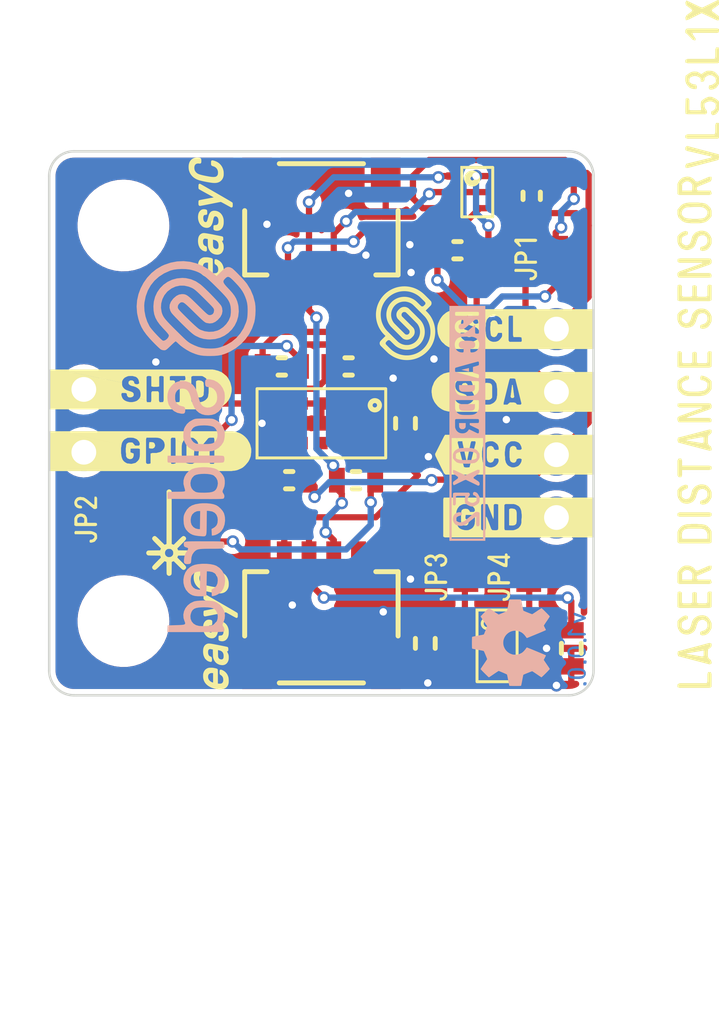
<source format=kicad_pcb>
(kicad_pcb (version 20210623) (generator pcbnew)
  (layers (0 "F.Cu" signal) (31 "B.Cu" signal) (34 "B.Paste" user) (35 "F.Paste" user) (36 "B.SilkS" user "B.Silkscreen") (37 "F.SilkS" user "F.Silkscreen") (38 "B.Mask" user) (39 "F.Mask" user) (44 "Edge.Cuts" user))
  (net 0 "")
  (net 1 "GND")
  (net 2 "Net-(C1-Pad2)")
  (net 3 "3V3")
  (net 4 "SCL_PULL5")
  (net 5 "5V")
  (net 6 "SDA_PULL5")
  (net 7 "SCL_PULL3,3")
  (net 8 "SDA_PULL3,3")
  (net 9 "SCL3,3")
  (net 10 "SDA3,3")
  (net 11 "SDA5")
  (net 12 "SCL5")
  (net 17 "Net-(U2-Pad5)")
  (net 18 "Net-(U2-Pad7)")
  (footprint "e-radionica.com footprinti:0603R" (layer "F.Cu") (at 100.1 140.7)
    (fp_text reference "R6")
    (fp_text value "10K")
    (pad "1" smd rect locked (at -0.775 0 90) (size 1 0.64) (layers "F.Cu" "F.Paste" "F.Mask") (net 17 "Net-(U2-Pad5)"))
    (pad "2" smd rect locked (at 0.775 0 90) (size 1 0.64) (layers "F.Cu" "F.Paste" "F.Mask") (net 3 "3V3"))
  )
  (footprint "e-radionica.com footprinti:0603C" (layer "F.Cu") (at 102.4 143 -90)
    (fp_text reference "C2")
    (fp_text value "100n")
    (pad "1" smd rect locked (at -0.73 0 270) (size 0.66 1) (layers "F.Cu" "F.Paste" "F.Mask") (net 3 "3V3"))
    (pad "2" smd rect locked (at 0.73 0 270) (size 0.66 1) (layers "F.Cu" "F.Paste" "F.Mask") (net 1 "GND"))
  )
  (footprint "e-radionica.com footprinti:HOLE_3.2mm" (layer "F.Cu") (at 91 135)
    (fp_text reference "H2" hide)
    (fp_text value "HOLE_3.2mm" hide)
    (pad "" np_thru_hole circle locked (at 0 0) (size 3.2 3.2) (drill 3.2) (layers F&B.Cu *.Mask))
  )
  (footprint "e-radionica.com footprinti:SMD-JUMPER-CONNECTED_TRACE_SLODERMASK" (layer "F.Cu") (at 104.84 149.22 90)
    (fp_text reference "JP3")
    (fp_text value "SMD-JUMPER-CONNECTED_TRACE_SLODERMASK")
    (fp_poly (pts (xy 0.1 0.1) (xy -0.1 0.1) (xy -0.1 -0.1) (xy 0.1 -0.1)) (layer "F.Cu") (width 0.1) (fill solid))
    (pad "1" smd rect (at -0.35 0 90) (size 0.5 1) (layers "F.Cu" "F.Mask") (net 2 "Net-(C1-Pad2)"))
    (pad "2" smd rect (at 0.35 0 90) (size 0.5 1) (layers "F.Cu" "F.Mask") (net 5 "5V"))
  )
  (footprint "buzzardLabel" (layer "F.Cu") (at 87.6 141.63)
    (fp_text reference "" (at 0 0) (layer "F.SilkS") (effects (font (size 1.27 1.27))))
    (fp_text value "" (at 0 0) (layer "F.SilkS") (effects (font (size 1.27 1.27))))
  )
  (footprint "e-radionica.com footprinti:easyC-connector" (layer "F.Cu") (at 99 150.7 180)
    (fp_text reference "K4")
    (fp_text value "easyC-SMD")
    (pad "1" smd rect locked (at -1.5 2.15 180) (size 0.6 1.55) (layers "F.Cu" "F.Paste" "F.Mask") (net 9 "SCL3,3"))
    (pad "2" smd rect locked (at -0.5 2.15 180) (size 0.6 1.55) (layers "F.Cu" "F.Paste" "F.Mask") (net 10 "SDA3,3"))
    (pad "3" smd rect locked (at 0.5 2.15 180) (size 0.6 1.55) (layers "F.Cu" "F.Paste" "F.Mask") (net 3 "3V3"))
    (pad "4" smd rect locked (at 1.5 2.15 180) (size 0.6 1.55) (layers "F.Cu" "F.Paste" "F.Mask") (net 1 "GND"))
    (pad "5" smd rect locked (at -2.6 -2.15 180) (size 1.2 1.8) (layers "F.Cu" "F.Paste" "F.Mask") (net 1 "GND"))
    (pad "5" smd rect locked (at 2.6 -2.15 180) (size 1.2 1.8) (layers "F.Cu" "F.Paste" "F.Mask") (net 1 "GND"))
  )
  (footprint "Soldered Graphics:Symbol-Front-Laser" (layer "F.Cu") (at 92.85 147.42)
    (fp_text reference "G***" hide)
    (fp_text value "LOGO" hide)
  )
  (footprint "e-radionica.com footprinti:SMD_JUMPER_3_PAD_TRACE" (layer "F.Cu") (at 90.69 146.89 -90)
    (fp_text reference "JP2")
    (fp_text value "SMD_JUMPER_3_PAD_TRACE")
    (fp_poly (pts (xy 0.45 0.05) (xy 0.25 0.05) (xy 0.25 -0.05) (xy 0.45 -0.05)) (layer "F.Cu") (width 0.1) (fill solid))
    (fp_poly (pts (xy -0.25 0.05) (xy -0.45 0.05) (xy -0.45 -0.05) (xy -0.25 -0.05)) (layer "F.Cu") (width 0.1) (fill solid))
    (pad "1" smd rect (at -0.7 0 90) (size 0.5 1) (layers "F.Cu" "F.Mask") (net 7 "SCL_PULL3,3"))
    (pad "2" smd custom (at 0 0 90) (size 0.5 1) (layers "F.Cu" "F.Mask") (net 3 "3V3") (options (clearance outline) (anchor rect)) (primitives))
    (pad "3" smd rect (at 0.7 0 90) (size 0.5 1) (layers "F.Cu" "F.Mask") (net 8 "SDA_PULL3,3"))
  )
  (footprint "buzzardLabel" (layer "F.Cu") (at 87.6 144.125)
    (fp_text reference "" (at 0 0) (layer "F.SilkS") (effects (font (size 1.27 1.27))))
    (fp_text value "" (at 0 0) (layer "F.SilkS") (effects (font (size 1.27 1.27))))
  )
  (footprint "e-radionica.com footprinti:0603C" (layer "F.Cu") (at 103.2 151.9 90)
    (fp_text reference "C1")
    (fp_text value "2.2uF")
    (pad "1" smd rect locked (at -0.73 0 90) (size 0.66 1) (layers "F.Cu" "F.Paste" "F.Mask") (net 1 "GND"))
    (pad "2" smd rect locked (at 0.73 0 90) (size 0.66 1) (layers "F.Cu" "F.Paste" "F.Mask") (net 2 "Net-(C1-Pad2)"))
  )
  (footprint "buzzardLabel" (layer "F.Cu") (at 103.64 149.22 90)
    (fp_text reference "" (at 0 0 90) (layer "F.SilkS") (effects (font (size 1.27 1.27))))
    (fp_text value "" (at 0 0 90) (layer "F.SilkS") (effects (font (size 1.27 1.27))))
  )
  (footprint "e-radionica.com footprinti:0603R" (layer "F.Cu") (at 97.4 140.7 180)
    (fp_text reference "R3")
    (fp_text value "10K")
    (pad "1" smd rect locked (at -0.775 0 270) (size 1 0.64) (layers "F.Cu" "F.Paste" "F.Mask") (net 18 "Net-(U2-Pad7)"))
    (pad "2" smd rect locked (at 0.775 0 270) (size 1 0.64) (layers "F.Cu" "F.Paste" "F.Mask") (net 3 "3V3"))
  )
  (footprint "buzzardLabel" (layer "F.Cu") (at 110.4 146.81)
    (fp_text reference "" (at 0 0) (layer "F.SilkS") (effects (font (size 1.27 1.27))))
    (fp_text value "" (at 0 0) (layer "F.SilkS") (effects (font (size 1.27 1.27))))
  )
  (footprint "e-radionica.com footprinti:FIDUCIAL_23" (layer "F.Cu") (at 99 152)
    (fp_text reference "FD1")
    (fp_text value "FIDUCIAL")
    (fp_circle (center 0 0) (end 1 0) (layer "F.Cu") (width 0.2) (fill none))
    (pad "1" smd circle (at 0 0) (size 1 1) (layers "F.Cu" "F.Paste" "F.Mask") (clearance 1.1))
  )
  (footprint "Soldered Graphics:Logo-Back-SolderedFULL-15mm" (layer "F.Cu") (at 93.94 143.94 90)
    (fp_text reference "REF**" hide)
    (fp_text value "Logo-Front-SolderedFULL-15mm" hide)
  )
  (footprint "e-radionica.com footprinti:0603R" (layer "F.Cu") (at 107.5 133.8 -90)
    (fp_text reference "R2")
    (fp_text value "10k")
    (pad "1" smd rect locked (at -0.775 0) (size 1 0.64) (layers "F.Cu" "F.Paste" "F.Mask") (net 4 "SCL_PULL5"))
    (pad "2" smd rect locked (at 0.775 0) (size 1 0.64) (layers "F.Cu" "F.Paste" "F.Mask") (net 12 "SCL5"))
  )
  (footprint "e-radionica.com footprinti:0603R" (layer "F.Cu") (at 97.7 145.3 180)
    (fp_text reference "R5")
    (fp_text value "10k")
    (pad "1" smd rect locked (at -0.775 0 270) (size 1 0.64) (layers "F.Cu" "F.Paste" "F.Mask") (net 9 "SCL3,3"))
    (pad "2" smd rect locked (at 0.775 0 270) (size 1 0.64) (layers "F.Cu" "F.Paste" "F.Mask") (net 7 "SCL_PULL3,3"))
  )
  (footprint "e-radionica.com footprinti:SMD_JUMPER" (layer "F.Cu") (at 107.38 149.22 -90)
    (fp_text reference "JP4")
    (fp_text value "SMD_JUMPER")
    (pad "1" smd rect (at -0.35 0 270) (size 0.5 1) (layers "F.Cu" "F.Mask") (net 5 "5V"))
    (pad "2" smd rect (at 0.35 0 270) (size 0.5 1) (layers "F.Cu" "F.Mask") (net 3 "3V3"))
  )
  (footprint "buzzardLabel" (layer "F.Cu") (at 89.49 146.89 90)
    (fp_text reference "" (at 0 0 90) (layer "F.SilkS") (effects (font (size 1.27 1.27))))
    (fp_text value "" (at 0 0 90) (layer "F.SilkS") (effects (font (size 1.27 1.27))))
  )
  (footprint "e-radionica.com footprinti:0603R" (layer "F.Cu") (at 104.5 136 180)
    (fp_text reference "R4")
    (fp_text value "10k")
    (pad "1" smd rect locked (at -0.775 0 270) (size 1 0.64) (layers "F.Cu" "F.Paste" "F.Mask") (net 11 "SDA5"))
    (pad "2" smd rect locked (at 0.775 0 270) (size 1 0.64) (layers "F.Cu" "F.Paste" "F.Mask") (net 6 "SDA_PULL5"))
  )
  (footprint "buzzardLabel" (layer "F.Cu") (at 107.27 136.37 90)
    (fp_text reference "" (at 0 0 90) (layer "F.SilkS") (effects (font (size 1.27 1.27))))
    (fp_text value "" (at 0 0 90) (layer "F.SilkS") (effects (font (size 1.27 1.27))))
  )
  (footprint "e-radionica.com footprinti:SOT-23-5" (layer "F.Cu") (at 106.1 152)
    (fp_text reference "U3")
    (fp_text value "SE5218")
    (pad "1" smd rect (at -1.3 -0.95) (size 1.1 0.6) (layers "F.Cu" "F.Paste" "F.Mask") (net 2 "Net-(C1-Pad2)"))
    (pad "2" smd rect (at -1.3 0) (size 1.1 0.6) (layers "F.Cu" "F.Paste" "F.Mask") (net 1 "GND"))
    (pad "3" smd rect (at -1.3 0.95) (size 1.1 0.6) (layers "F.Cu" "F.Paste" "F.Mask") (net 2 "Net-(C1-Pad2)"))
    (pad "4" smd rect (at 1.3 0.95) (size 1.1 0.6) (layers "F.Cu" "F.Paste" "F.Mask"))
    (pad "5" smd rect (at 1.3 -0.95) (size 1.1 0.6) (layers "F.Cu" "F.Paste" "F.Mask") (net 3 "3V3"))
  )
  (footprint "e-radionica.com footprinti:0603C" (layer "F.Cu") (at 109.1 152.1 90)
    (fp_text reference "C3")
    (fp_text value "2.2uF")
    (pad "1" smd rect locked (at -0.73 0 90) (size 0.66 1) (layers "F.Cu" "F.Paste" "F.Mask") (net 1 "GND"))
    (pad "2" smd rect locked (at 0.73 0 90) (size 0.66 1) (layers "F.Cu" "F.Paste" "F.Mask") (net 3 "3V3"))
  )
  (footprint "buzzardLabel" (layer "F.Cu") (at 110.4 139.19)
    (fp_text reference "" (at 0 0) (layer "F.SilkS") (effects (font (size 1.27 1.27))))
    (fp_text value "" (at 0 0) (layer "F.SilkS") (effects (font (size 1.27 1.27))))
  )
  (footprint "buzzardLabel" (layer "F.Cu") (at 114.105 143.365 90)
    (fp_text reference "" (at 0 0 90) (layer "F.SilkS") (effects (font (size 1.27 1.27))))
    (fp_text value "" (at 0 0 90) (layer "F.SilkS") (effects (font (size 1.27 1.27))))
  )
  (footprint "e-radionica.com footprinti:0603R" (layer "F.Cu") (at 100.4 145.3 180)
    (fp_text reference "R1")
    (fp_text value "10k")
    (pad "1" smd rect locked (at -0.775 0 270) (size 1 0.64) (layers "F.Cu" "F.Paste" "F.Mask") (net 8 "SDA_PULL3,3"))
    (pad "2" smd rect locked (at 0.775 0 270) (size 1 0.64) (layers "F.Cu" "F.Paste" "F.Mask") (net 10 "SDA3,3"))
  )
  (footprint "buzzardLabel" (layer "F.Cu") (at 110.4 141.73)
    (fp_text reference "" (at 0 0) (layer "F.SilkS") (effects (font (size 1.27 1.27))))
    (fp_text value "" (at 0 0) (layer "F.SilkS") (effects (font (size 1.27 1.27))))
  )
  (footprint "buzzardLabel" (layer "F.Cu") (at 110.4 144.27)
    (fp_text reference "" (at 0 0) (layer "F.SilkS") (effects (font (size 1.27 1.27))))
    (fp_text value "" (at 0 0) (layer "F.SilkS") (effects (font (size 1.27 1.27))))
  )
  (footprint "Soldered Graphics:Logo-Front-easyC-5mm" (layer "F.Cu") (at 94.703914 151.3 90)
    (fp_text reference "G***" hide)
    (fp_text value "LOGO" hide)
  )
  (footprint "buzzardLabel" (layer "F.Cu") (at 114.425 129.275 90)
    (fp_text reference "" (at 0 0 90) (layer "F.SilkS") (effects (font (size 1.27 1.27))))
    (fp_text value "" (at 0 0 90) (layer "F.SilkS") (effects (font (size 1.27 1.27))))
  )
  (footprint "e-radionica.com footprinti:SOT-363" (layer "F.Cu") (at 105.3 133.65)
    (fp_text reference "U1")
    (fp_text value "NMOS-DUAL")
    (pad "1" smd rect (at -0.92 -0.65 90) (size 0.3 0.66) (layers "F.Cu" "F.Paste" "F.Mask") (net 10 "SDA3,3"))
    (pad "2" smd rect (at -0.92 0 90) (size 0.3 0.66) (layers "F.Cu" "F.Paste" "F.Mask") (net 3 "3V3"))
    (pad "3" smd rect (at -0.92 0.65 90) (size 0.3 0.66) (layers "F.Cu" "F.Paste" "F.Mask") (net 12 "SCL5"))
    (pad "4" smd rect (at 0.92 0.65 90) (size 0.3 0.66) (layers "F.Cu" "F.Paste" "F.Mask") (net 9 "SCL3,3"))
    (pad "5" smd rect (at 0.92 0 90) (size 0.3 0.66) (layers "F.Cu" "F.Paste" "F.Mask") (net 3 "3V3"))
    (pad "6" smd rect (at 0.92 -0.65 90) (size 0.3 0.66) (layers "F.Cu" "F.Paste" "F.Mask") (net 11 "SDA5"))
  )
  (footprint "Soldered Graphics:Logo-Front-easyC-5mm" (layer "F.Cu") (at 94.5 134.7 90)
    (fp_text reference "G***" hide)
    (fp_text value "LOGO" hide)
  )
  (footprint "e-radionica.com footprinti:easyC-connector" (layer "F.Cu") (at 99 135.3)
    (fp_text reference "K3")
    (fp_text value "easyC-SMD")
    (pad "1" smd rect locked (at -1.5 2.15) (size 0.6 1.55) (layers "F.Cu" "F.Paste" "F.Mask") (net 9 "SCL3,3"))
    (pad "2" smd rect locked (at -0.5 2.15) (size 0.6 1.55) (layers "F.Cu" "F.Paste" "F.Mask") (net 10 "SDA3,3"))
    (pad "3" smd rect locked (at 0.5 2.15) (size 0.6 1.55) (layers "F.Cu" "F.Paste" "F.Mask") (net 3 "3V3"))
    (pad "4" smd rect locked (at 1.5 2.15) (size 0.6 1.55) (layers "F.Cu" "F.Paste" "F.Mask") (net 1 "GND"))
    (pad "5" smd rect locked (at -2.6 -2.15) (size 1.2 1.8) (layers "F.Cu" "F.Paste" "F.Mask") (net 1 "GND"))
    (pad "5" smd rect locked (at 2.6 -2.15) (size 1.2 1.8) (layers "F.Cu" "F.Paste" "F.Mask") (net 1 "GND"))
  )
  (footprint "e-radionica.com footprinti:SMD_JUMPER_3_PAD_TRACE" (layer "F.Cu") (at 108.47 136.37 -90)
    (fp_text reference "JP1")
    (fp_text value "SMD_JUMPER_3_PAD_TRACE")
    (fp_poly (pts (xy 0.45 0.05) (xy 0.25 0.05) (xy 0.25 -0.05) (xy 0.45 -0.05)) (layer "F.Cu") (width 0.1) (fill solid))
    (fp_poly (pts (xy -0.25 0.05) (xy -0.45 0.05) (xy -0.45 -0.05) (xy -0.25 -0.05)) (layer "F.Cu") (width 0.1) (fill solid))
    (pad "1" smd rect (at -0.7 0 90) (size 0.5 1) (layers "F.Cu" "F.Mask") (net 4 "SCL_PULL5"))
    (pad "2" smd custom (at 0 0 90) (size 0.5 1) (layers "F.Cu" "F.Mask") (net 5 "5V") (options (clearance outline) (anchor rect)) (primitives))
    (pad "3" smd rect (at 0.7 0 90) (size 0.5 1) (layers "F.Cu" "F.Mask") (net 6 "SDA_PULL5"))
  )
  (footprint "Soldered Graphics:Logo-Back-OSH-3.5mm" (layer "F.Cu") (at 106.66 151.87 90)
    (fp_text reference "G***" hide)
    (fp_text value "LOGO" hide)
  )
  (footprint "e-radionica.com footprinti:HOLE_3.2mm" (layer "F.Cu") (at 91 151)
    (fp_text reference "H1" hide)
    (fp_text value "HOLE_3.2mm" hide)
    (pad "" np_thru_hole circle locked (at 0 0) (size 3.2 3.2) (drill 3.2) (layers F&B.Cu *.Mask))
  )
  (footprint "buzzardLabel" (layer "F.Cu") (at 106.18 149.22 90)
    (fp_text reference "" (at 0 0 90) (layer "F.SilkS") (effects (font (size 1.27 1.27))))
    (fp_text value "" (at 0 0 90) (layer "F.SilkS") (effects (font (size 1.27 1.27))))
  )
  (footprint "e-radionica.com footprinti:VL53L1X" (layer "F.Cu") (at 99 143 90)
    (fp_text reference "U2")
    (fp_text value "VL53L1X")
    (pad "1" smd rect (at 0.8 1.6 90) (size 0.5 0.5) (layers "F.Cu" "F.Paste" "F.Mask") (net 3 "3V3"))
    (pad "2" smd rect (at 0.8 0.8 90) (size 0.5 0.5) (layers "F.Cu" "F.Paste" "F.Mask") (net 1 "GND"))
    (pad "3" smd rect (at 0.8 0 90) (size 0.5 0.5) (layers "F.Cu" "F.Paste" "F.Mask") (net 1 "GND"))
    (pad "4" smd rect (at 0.8 -0.8 90) (size 0.5 0.5) (layers "F.Cu" "F.Paste" "F.Mask") (net 1 "GND"))
    (pad "5" smd rect (at 0.8 -1.6 90) (size 0.5 0.5) (layers "F.Cu" "F.Paste" "F.Mask") (net 17 "Net-(U2-Pad5)"))
    (pad "6" smd rect (at 0 -1.6 90) (size 0.5 0.5) (layers "F.Cu" "F.Paste" "F.Mask") (net 1 "GND"))
    (pad "7" smd rect (at -0.8 -1.6 90) (size 0.5 0.5) (layers "F.Cu" "F.Paste" "F.Mask") (net 18 "Net-(U2-Pad7)"))
    (pad "8" smd rect (at -0.8 -0.8 90) (size 0.5 0.5) (layers "F.Cu" "F.Paste" "F.Mask"))
    (pad "9" smd rect (at -0.8 0 90) (size 0.5 0.5) (layers "F.Cu" "F.Paste" "F.Mask"))
    (pad "10" smd rect (at -0.8 0.8 90) (size 0.5 0.5) (layers "F.Cu" "F.Paste" "F.Mask"))
    (pad "11" smd rect (at -0.8 1.6 90) (size 0.5 0.5) (layers "F.Cu" "F.Paste" "F.Mask") (net 3 "3V3"))
    (pad "12" smd rect (at 0 1.6 90) (size 0.5 0.5) (layers "F.Cu" "F.Paste" "F.Mask") (net 1 "GND"))
  )
  (footprint "Soldered Graphics:Logo-Front-Soldered-3mm" (layer "F.Cu") (at 102.4 138.95 180)
    (fp_text reference "G***" hide)
    (fp_text value "LOGO" hide)
  )
  (footprint "e-radionica.com footprinti:HEADER_MALE_2X1" (layer "B.Cu") (at 89.4 142.9 -90)
    (fp_text reference "K1")
    (fp_text value "HEADER_MALE_2X1")
    (pad "1" thru_hole circle locked (at -1.27 0 270) (size 1.524 1.524) (drill 1) (layers *.Cu *.Mask) (net 17 "Net-(U2-Pad5)"))
    (pad "2" thru_hole circle locked (at 1.27 0 270) (size 1.524 1.524) (drill 1) (layers *.Cu *.Mask) (net 18 "Net-(U2-Pad7)"))
  )
  (footprint "e-radionica.com footprinti:HEADER_MALE_4X1" (layer "B.Cu") (at 108.5 143 90)
    (fp_text reference "K5")
    (fp_text value "HEADER_MALE_4X1")
    (pad "1" thru_hole circle locked (at -3.81 0 90) (size 1.7 1.7) (drill 1) (layers *.Cu *.Mask) (net 1 "GND"))
    (pad "2" thru_hole circle locked (at -1.27 0 90) (size 1.7 1.7) (drill 1) (layers *.Cu *.Mask) (net 5 "5V"))
    (pad "3" thru_hole circle locked (at 1.27 0 90) (size 1.7 1.7) (drill 1) (layers *.Cu *.Mask) (net 11 "SDA5"))
    (pad "4" thru_hole circle locked (at 3.81 0 90) (size 1.7 1.7) (drill 1) (layers *.Cu *.Mask) (net 12 "SCL5"))
  )
  (footprint "buzzardLabel" (layer "B.Cu") (at 104.87 145.58 -90)
    (fp_text reference "" (at 0 0 90) (layer "B.SilkS") (effects (font (size 1.27 1.27)) (justify mirror)))
    (fp_text value "" (at 0 0 90) (layer "B.SilkS") (effects (font (size 1.27 1.27)) (justify mirror)))
  )
  (footprint "Soldered Graphics:Version1.0.0." (layer "B.Cu") (at 109.33 152.175 -90)
    (fp_text reference "Ref**" hide)
    (fp_text value "Val**" hide)
    (fp_poly (pts (xy -1.33 -0.35) (xy -1.27 -0.35) (xy -1.25 -0.31) (xy -1.09 0.1) (xy -1.11 0.13) (xy -1.16 0.13) (xy -1.19 0.1) (xy -1.28 -0.16) (xy -1.3 -0.21) (xy -1.32 -0.17) (xy -1.41 0.09) (xy -1.44 0.13) (xy -1.49 0.13) (xy -1.51 0.1) (xy -1.36 -0.31) (xy -1.33 -0.35)) (layer "B.Cu") (width 0.01) (fill solid))
    (fp_poly (pts (xy -0.44 -0.38) (xy -0.39 -0.38) (xy -0.34 -0.37) (xy -0.34 -0.33) (xy -0.34 -0.27) (xy -0.38 -0.26) (xy -0.43 -0.26) (xy -0.46 -0.29) (xy -0.46 -0.34) (xy -0.44 -0.38)) (layer "B.Cu") (width 0.01) (fill solid))
    (fp_poly (pts (xy 0.06 -0.35) (xy 0.11 -0.35) (xy 0.17 -0.33) (xy 0.13 -0.28) (xy 0.03 -0.28) (xy -0.01 -0.25) (xy -0.03 -0.2) (xy -0.05 -0.15) (xy -0.05 -0.11) (xy -0.05 0.01) (xy -0.05 0.13) (xy -0.05 0.17) (xy -0.03 0.22) (xy -0.01 0.27) (xy 0.02 0.3) (xy 0.13 0.3) (xy 0.16 0.26) (xy 0.18 0.21) (xy 0.18 0.15) (xy 0.19 0.05) (xy 0.19 -0.08) (xy 0.19 -0.12) (xy 0.18 -0.17) (xy 0.16 -0.22) (xy 0.14 -0.27) (xy 0.14 -0.28) (xy 0.17 -0.32) (xy 0.21 -0.29) (xy 0.24 -0.26) (xy 0.26 -0.22) (xy 0.27 -0.16) (xy 0.28 -0.11) (xy 0.28 -0.06) (xy 0.28 0.06) (xy 0.28 0.12) (xy 0.27 0.17) (xy 0.26 0.22) (xy 0.25 0.27) (xy 0.22 0.3) (xy 0.19 0.34) (xy 0.13 0.37) (xy 0.08 0.38) (xy 0.02 0.38) (xy -0.03 0.35) (xy -0.08 0.31) (xy -0.1 0.28) (xy -0.12 0.23) (xy -0.14 0.18) (xy -0.14 0.13) (xy -0.15 0.08) (xy -0.15 -0.04) (xy -0.14 -0.1) (xy -0.14 -0.14) (xy -0.13 -0.2) (xy -0.11 -0.25) (xy -0.08 -0.28) (xy -0.05 -0.32) (xy 0.01 -0.35) (xy 0.06 -0.35)) (layer "B.Cu") (width 0.01) (fill solid))
    (fp_poly (pts (xy 0.43 -0.38) (xy 0.48 -0.38) (xy 0.54 -0.37) (xy 0.54 -0.33) (xy 0.54 -0.27) (xy 0.5 -0.26) (xy 0.45 -0.26) (xy 0.42 -0.29) (xy 0.42 -0.34) (xy 0.43 -0.38)) (layer "B.Cu") (width 0.01) (fill solid))
    (fp_poly (pts (xy 1.31 -0.38) (xy 1.36 -0.38) (xy 1.41 -0.37) (xy 1.42 -0.33) (xy 1.42 -0.27) (xy 1.38 -0.26) (xy 1.33 -0.26) (xy 1.3 -0.29) (xy 1.3 -0.34) (xy 1.31 -0.38)) (layer "B.Cu") (width 0.01) (fill solid))
    (fp_poly (pts (xy 0.93 -0.35) (xy 0.99 -0.35) (xy 1.04 -0.33) (xy 1.01 -0.28) (xy 0.91 -0.28) (xy 0.87 -0.25) (xy 0.85 -0.2) (xy 0.83 -0.15) (xy 0.83 -0.11) (xy 0.82 0.01) (xy 0.83 0.13) (xy 0.83 0.17) (xy 0.84 0.22) (xy 0.87 0.27) (xy 0.9 0.3) (xy 1.01 0.3) (xy 1.04 0.26) (xy 1.05 0.21) (xy 1.06 0.15) (xy 1.07 0.05) (xy 1.07 -0.08) (xy 1.06 -0.12) (xy 1.06 -0.17) (xy 1.04 -0.22) (xy 1.02 -0.27) (xy 1.01 -0.28) (xy 1.05 -0.32) (xy 1.09 -0.29) (xy 1.12 -0.26) (xy 1.14 -0.22) (xy 1.15 -0.16) (xy 1.16 -0.11) (xy 1.16 -0.06) (xy 1.16 0.06) (xy 1.16 0.12) (xy 1.15 0.17) (xy 1.14 0.22) (xy 1.13 0.27) (xy 1.1 0.3) (xy 1.06 0.34) (xy 1.01 0.37) (xy 0.95 0.38) (xy 0.9 0.38) (xy 0.84 0.35) (xy 0.8 0.31) (xy 0.78 0.28) (xy 0.75 0.23) (xy 0.74 0.18) (xy 0.74 0.13) (xy 0.73 0.08) (xy 0.73 -0.04) (xy 0.73 -0.1) (xy 0.74 -0.14) (xy 0.75 -0.2) (xy 0.77 -0.25) (xy 0.79 -0.28) (xy 0.83 -0.32) (xy 0.89 -0.35) (xy 0.93 -0.35)) (layer "B.Cu") (width 0.01) (fill solid))
    (fp_poly (pts (xy -0.67 -0.35) (xy -0.62 -0.35) (xy -0.6 -0.31) (xy -0.6 0.35) (xy -0.64 0.38) (xy -0.69 0.38) (xy -0.73 0.34) (xy -0.84 0.22) (xy -0.86 0.17) (xy -0.83 0.16) (xy -0.73 0.22) (xy -0.69 0.23) (xy -0.69 -0.31) (xy -0.67 -0.35)) (layer "B.Cu") (width 0.01) (fill solid))
  )
  (footprint "Soldered Graphics:Symbol-Front-I2C-ADDR-Field" (layer "B.Cu") (at 104.9 143 -90)
    (fp_text reference "REF**" hide)
    (fp_text value "Symbol-Front-I2C-ADDR-Field" hide)
  )
  (gr_line (start 88 133) (end 88 153) (layer "Edge.Cuts") (width 0.1))
  (gr_arc (start 109 133) (end 109 132) (angle 90) (layer "Edge.Cuts") (width 0.1))
  (gr_line (start 110 153) (end 110 133) (layer "Edge.Cuts") (width 0.1))
  (gr_arc (start 109 153) (end 109 154) (angle -90) (layer "Edge.Cuts") (width 0.1))
  (gr_line (start 109 132) (end 89 132) (layer "Edge.Cuts") (width 0.1))
  (gr_line (start 89 154) (end 109 154) (layer "Edge.Cuts") (width 0.1))
  (gr_arc (start 89 133) (end 89 132) (angle -90) (layer "Edge.Cuts") (width 0.1))
  (gr_arc (start 89 153) (end 89 154) (angle 90) (layer "Edge.Cuts") (width 0.1))
  (via (at 102.6 149.3) (size 0.5) (drill 0.3) (layers "F.Cu" "B.Cu") (net 1))
  (via (at 96.6 143) (size 0.5) (drill 0.3) (layers "F.Cu" "B.Cu") (net 1))
  (via (at 97.825 150.35) (size 0.5) (drill 0.3) (layers "F.Cu" "B.Cu") (net 1))
  (via (at 96.8 134.95) (size 0.5) (drill 0.3) (layers "F.Cu" "B.Cu") (net 1))
  (via (at 101.5 150.6265) (size 0.5) (drill 0.3) (layers "F.Cu" "B.Cu") (net 1))
  (via (at 100.1 133.7) (size 0.5) (drill 0.3) (layers "F.Cu" "B.Cu") (net 1))
  (via (at 103.55 140.4) (size 0.5) (drill 0.3) (layers "F.Cu" "B.Cu") (net 1))
  (via (at 101.9 141.175) (size 0.5) (drill 0.3) (layers "F.Cu" "B.Cu") (net 1))
  (via (at 108.1 152.1) (size 0.5) (drill 0.3) (layers "F.Cu" "B.Cu") (net 1))
  (via (at 102.575 135.775) (size 0.5) (drill 0.3) (layers "F.Cu" "B.Cu") (net 1))
  (via (at 102.625 136.9) (size 0.5) (drill 0.3) (layers "F.Cu" "B.Cu") (net 1))
  (via (at 106.475 142.85) (size 0.5) (drill 0.3) (layers "F.Cu" "B.Cu") (net 1))
  (via (at 108.5 153.6) (size 0.5) (drill 0.3) (layers "F.Cu" "B.Cu") (net 1))
  (via (at 103.3 153.5) (size 0.5) (drill 0.3) (layers "F.Cu" "B.Cu") (net 1))
  (via (at 103.325 144.35) (size 0.5) (drill 0.3) (layers "F.Cu" "B.Cu") (net 1))
  (via (at 100.8 136.2) (size 0.5) (drill 0.3) (layers "F.Cu" "B.Cu") (net 1))
  (via (at 92.31 140.52) (size 0.5) (drill 0.3) (layers "F.Cu" "B.Cu") (net 1))
  (segment (start 104.85 153.05) (end 104.9 153) (width 0.254) (layer "F.Cu") (net 2))
  (segment (start 103.2 151.17) (end 104.83 151.17) (width 0.254) (layer "F.Cu") (net 2))
  (segment (start 104.9 153) (end 105.453022 153) (width 0.254) (layer "F.Cu") (net 2))
  (segment (start 105.453022 153) (end 105.9 152.553022) (width 0.254) (layer "F.Cu") (net 2))
  (segment (start 104.83 151.17) (end 104.85 151.15) (width 0.254) (layer "F.Cu") (net 2))
  (segment (start 105.9 152.553022) (end 105.9 151.6) (width 0.254) (layer "F.Cu") (net 2))
  (segment (start 104.84 149.57) (end 104.84 149.59) (width 0.25) (layer "F.Cu") (net 2))
  (segment (start 105.9 151.6) (end 105.45 151.15) (width 0.254) (layer "F.Cu") (net 2))
  (segment (start 104.84 149.59) (end 104.8 149.63) (width 0.25) (layer "F.Cu") (net 2))
  (segment (start 104.8 149.63) (end 104.8 151.05) (width 0.25) (layer "F.Cu") (net 2))
  (segment (start 105.45 151.15) (end 104.85 151.15) (width 0.254) (layer "F.Cu") (net 2))
  (segment (start 102.184511 144.384511) (end 101.688511 144.384511) (width 0.25) (layer "F.Cu") (net 3))
  (segment (start 100.6 139.3) (end 100.65 139.35) (width 0.25) (layer "F.Cu") (net 3))
  (segment (start 101.38 142.27) (end 100.67 142.27) (width 0.254) (layer "F.Cu") (net 3))
  (segment (start 107.36 149.59) (end 107.4 149.63) (width 0.25) (layer "F.Cu") (net 3))
  (segment (start 109.1 150.2) (end 108.95 150.05) (width 0.254) (layer "F.Cu") (net 3))
  (segment (start 101.252 143.948) (end 101.4 143.8) (width 0.254) (layer "F.Cu") (net 3))
  (segment (start 100.8 142.2) (end 100.6 142.2) (width 0.254) (layer "F.Cu") (net 3))
  (segment (start 96.625 140.7) (end 96.625 139.946) (width 0.254) (layer "F.Cu") (net 3))
  (segment (start 100.875 139.575) (end 100.875 140.7) (width 0.254) (layer "F.Cu") (net 3))
  (segment (start 100 134.825) (end 99.5 135.325) (width 0.254) (layer "F.Cu") (net 3))
  (segment (start 107.38 149.57) (end 107.36 149.59) (width 0.25) (layer "F.Cu") (net 3))
  (segment (start 97.842822 139.302011) (end 100.097989 139.302011) (width 0.254) (layer "F.Cu") (net 3))
  (segment (start 97.452489 146.473489) (end 97.779 146.8) (width 0.254) (layer "F.Cu") (net 3))
  (segment (start 99.5 135.325) (end 99.5 137.45) (width 0.254) (layer "F.Cu") (net 3))
  (segment (start 102.9 145.1) (end 102.184511 144.384511) (width 0.25) (layer "F.Cu") (net 3))
  (segment (start 103.429388 133.65) (end 103.355888 133.7235) (width 0.254) (layer "F.Cu") (net 3))
  (segment (start 109.1 151.37) (end 108.97 151.5) (width 0.254) (layer "F.Cu") (net 3))
  (segment (start 101.1 142.5) (end 101.1 142.4) (width 0.254) (layer "F.Cu") (net 3))
  (segment (start 109.1 151.37) (end 109.1 150.2) (width 0.254) (layer "F.Cu") (net 3))
  (segment (start 100.67 142.27) (end 100.6 142.2) (width 0.254) (layer "F.Cu") (net 3))
  (segment (start 101.104 143.8) (end 100.6 143.8) (width 0.254) (layer "F.Cu") (net 3))
  (segment (start 108.97 151.5) (end 107.8 151.5) (width 0.254) (layer "F.Cu") (net 3))
  (segment (start 99.5 137.45) (end 99.5 138.2) (width 0.254) (layer "F.Cu") (net 3))
  (segment (start 106.22 133.65) (end 104.38 133.65) (width 0.254) (layer "F.Cu") (net 3))
  (segment (start 104.38 133.65) (end 103.429388 133.65) (width 0.254) (layer "F.Cu") (net 3))
  (segment (start 101.2 146.8) (end 102.9 145.1) (width 0.25) (layer "F.Cu") (net 3))
  (segment (start 100.6 140.975) (end 100.875 140.7) (width 0.254) (layer "F.Cu") (net 3))
  (segment (start 107.8 151.5) (end 107.45 151.15) (width 0.254) (layer "F.Cu") (net 3))
  (segment (start 98.5 148.55) (end 98.5 147.521) (width 0.254) (layer "F.Cu") (net 3))
  (segment (start 97.8388 139.297989) (end 97.842822 139.302011) (width 0.254) (layer "F.Cu") (net 3))
  (segment (start 91.389022 146.89) (end 90.69 146.89) (width 0.25) (layer "F.Cu") (net 3))
  (segment (start 100.65 139.35) (end 100.875 139.575) (width 0.254) (layer "F.Cu") (net 3))
  (segment (start 98.5 147.521) (end 97.779 146.8) (width 0.254) (layer "F.Cu") (net 3))
  (segment (start 101.688511 144.384511) (end 101.252 143.948) (width 0.25) (layer "F.Cu") (net 3))
  (segment (start 97.273011 139.297989) (end 97.8388 139.297989) (width 0.254) (layer "F.Cu") (net 3))
  (segment (start 92.029022 146.25) (end 91.389022 146.89) (width 0.25) (layer "F.Cu") (net 3))
  (segment (start 100.6 142.2) (end 100.6 140.975) (width 0.254) (layer "F.Cu") (net 3))
  (segment (start 97.229 146.25) (end 92.029022 146.25) (width 0.25) (layer "F.Cu") (net 3))
  (segment (start 107.4 149.63) (end 107.4 151.05) (width 0.25) (layer "F.Cu") (net 3))
  (segment (start 101.252 143.948) (end 101.104 143.8) (width 0.25) (layer "F.Cu") (net 3))
  (segment (start 101.4 142.8) (end 101.1 142.5) (width 0.254) (layer "F.Cu") (net 3))
  (segment (start 96.625 139.946) (end 97.273011 139.297989) (width 0.254) (layer "F.Cu") (net 3))
  (segment (start 99.5 138.2) (end 100.65 139.35) (width 0.254) (layer "F.Cu") (net 3))
  (segment (start 101.4 143.8) (end 101.4 142.8) (width 0.254) (layer "F.Cu") (net 3))
  (segment (start 99.1 150.05) (end 98.5 149.45) (width 0.254) (layer "F.Cu") (net 3))
  (segment (start 97.452489 146.473489) (end 97.229 146.25) (width 0.25) (layer "F.Cu") (net 3))
  (segment (start 102.4 142.27) (end 101.38 142.27) (width 0.254) (layer "F.Cu") (net 3))
  (segment (start 100.097989 139.302011) (end 100.35 139.05) (width 0.254) (layer "F.Cu") (net 3))
  (segment (start 98.5 149.45) (end 98.5 148.55) (width 0.254) (layer "F.Cu") (net 3))
  (segment (start 97.779 146.8) (end 101.2 146.8) (width 0.25) (layer "F.Cu") (net 3))
  (via (at 100 134.825) (size 0.5) (drill 0.3) (layers "F.Cu" "B.Cu") (net 3))
  (via (at 103.355888 133.7235) (size 0.5) (drill 0.3) (layers "F.Cu" "B.Cu") (net 3))
  (via (at 108.95 150.05) (size 0.5) (drill 0.3) (layers "F.Cu" "B.Cu") (net 3))
  (via (at 99.1 150.05) (size 0.5) (drill 0.3) (layers "F.Cu" "B.Cu") (net 3))
  (segment (start 100 134.825) (end 100.375 134.45) (width 0.254) (layer "B.Cu") (net 3))
  (segment (start 102.629388 134.45) (end 103.355888 133.7235) (width 0.254) (layer "B.Cu") (net 3))
  (segment (start 108.95 150.05) (end 99.1 150.05) (width 0.254) (layer "B.Cu") (net 3))
  (segment (start 100.375 134.45) (end 102.629388 134.45) (width 0.254) (layer "B.Cu") (net 3))
  (segment (start 108.47 135.67) (end 108.5 135.64) (width 0.254) (layer "F.Cu") (net 4))
  (segment (start 109.2 133.341374) (end 108.883626 133.025) (width 0.254) (layer "F.Cu") (net 4))
  (segment (start 109.2 133.9255) (end 109.2 133.341374) (width 0.254) (layer "F.Cu") (net 4))
  (segment (start 108.883626 133.025) (end 107.5 133.025) (width 0.254) (layer "F.Cu") (net 4))
  (segment (start 108.47 135.2945) (end 108.69 135.0745) (width 0.254) (layer "F.Cu") (net 4))
  (segment (start 108.47 135.67) (end 108.47 135.2945) (width 0.254) (layer "F.Cu") (net 4))
  (segment (start 108.5 135.64) (end 108.5 135.63) (width 0.254) (layer "F.Cu") (net 4))
  (via (at 108.69 135.0745) (size 0.5) (drill 0.3) (layers "F.Cu" "B.Cu") (net 4))
  (via (at 109.2 133.9255) (size 0.5) (drill 0.3) (layers "F.Cu" "B.Cu") (net 4))
  (segment (start 108.69 135.0745) (end 108.69 134.4355) (width 0.254) (layer "B.Cu") (net 4))
  (segment (start 108.69 134.4355) (end 109.2 133.9255) (width 0.254) (layer "B.Cu") (net 4))
  (segment (start 108.47 136.37) (end 107.716 136.37) (width 0.254) (layer "F.Cu") (net 5))
  (segment (start 106.9 147.96) (end 106.9 145.87) (width 0.25) (layer "F.Cu") (net 5))
  (segment (start 104.84 148.87) (end 104.85 148.87) (width 0.25) (layer "F.Cu") (net 5))
  (segment (start 106.9 148.39) (end 106.9 147.96) (width 0.25) (layer "F.Cu") (net 5))
  (segment (start 105.76 147.96) (end 106.9 147.96) (width 0.25) (layer "F.Cu") (net 5))
  (segment (start 108.5 144.27) (end 109.8 142.97) (width 0.254) (layer "F.Cu") (net 5))
  (segment (start 107.716 136.37) (end 107.25 136.836) (width 0.254) (layer "F.Cu") (net 5))
  (segment (start 104.85 148.87) (end 105.76 147.96) (width 0.25) (layer "F.Cu") (net 5))
  (segment (start 107.25 136.836) (end 107.25 139.8) (width 0.254) (layer "F.Cu") (net 5))
  (segment (start 109.1 140.5) (end 107.95 140.5) (width 0.254) (layer "F.Cu") (net 5))
  (segment (start 108.5 144.27) (end 106.9 145.87) (width 0.254) (layer "F.Cu") (net 5))
  (segment (start 107.38 148.87) (end 106.9 148.39) (width 0.25) (layer "F.Cu") (net 5))
  (segment (start 107.95 140.5) (end 107.25 139.8) (width 0.254) (layer "F.Cu") (net 5))
  (segment (start 109.8 141.2) (end 109.1 140.5) (width 0.254) (layer "F.Cu") (net 5))
  (segment (start 109.8 142.97) (end 109.8 141.2) (width 0.254) (layer "F.Cu") (net 5))
  (segment (start 108.47 137.07) (end 108.47 137.09) (width 0.254) (layer "F.Cu") (net 6))
  (segment (start 103.69 137.21) (end 103.69 136.035) (width 0.254) (layer "F.Cu") (net 6))
  (segment (start 103.725 136) (end 103.725 136.475) (width 0.25) (layer "F.Cu") (net 6))
  (segment (start 108.47 137.09) (end 108.48 137.1) (width 0.254) (layer "F.Cu") (net 6))
  (segment (start 108.48 137.43) (end 108.04 137.87) (width 0.254) (layer "F.Cu") (net 6))
  (segment (start 108.48 137.1) (end 108.48 137.43) (width 0.254) (layer "F.Cu") (net 6))
  (segment (start 103.69 136.035) (end 103.725 136) (width 0.254) (layer "F.Cu") (net 6))
  (via (at 103.69 137.21) (size 0.5) (drill 0.3) (layers "F.Cu" "B.Cu") (net 6))
  (via (at 108.04 137.87) (size 0.5) (drill 0.3) (layers "F.Cu" "B.Cu") (net 6))
  (segment (start 108.04 137.87) (end 106.31 137.87) (width 0.254) (layer "B.Cu") (net 6))
  (segment (start 106.31 137.87) (end 105.86 138.32) (width 0.254) (layer "B.Cu") (net 6))
  (segment (start 105.86 138.32) (end 104.8 138.32) (width 0.254) (layer "B.Cu") (net 6))
  (segment (start 104.8 138.32) (end 103.69 137.21) (width 0.254) (layer "B.Cu") (net 6))
  (segment (start 96.925 145.3) (end 96.9 145.3) (width 0.25) (layer "F.Cu") (net 7))
  (segment (start 90.69 146.19) (end 91.58 145.3) (width 0.254) (layer "F.Cu") (net 7))
  (segment (start 96.9 145.3) (end 96.85 145.35) (width 0.25) (layer "F.Cu") (net 7))
  (segment (start 91.58 145.3) (end 96.925 145.3) (width 0.254) (layer "F.Cu") (net 7))
  (segment (start 100.993767 145.481233) (end 101.175 145.3) (width 0.254) (layer "F.Cu") (net 8))
  (segment (start 95.42 147.78) (end 90.88 147.78) (width 0.254) (layer "F.Cu") (net 8))
  (segment (start 90.69 147.59) (end 90.69 147.6) (width 0.25) (layer "F.Cu") (net 8))
  (segment (start 100.993767 146.193767) (end 100.993767 145.481233) (width 0.254) (layer "F.Cu") (net 8))
  (segment (start 90.88 147.78) (end 90.69 147.59) (width 0.25) (layer "F.Cu") (net 8))
  (via (at 95.42 147.78) (size 0.5) (drill 0.3) (layers "F.Cu" "B.Cu") (net 8))
  (via (at 100.993767 146.193767) (size 0.5) (drill 0.3) (layers "F.Cu" "B.Cu") (net 8))
  (segment (start 95.42 147.78) (end 95.74 148.1) (width 0.254) (layer "B.Cu") (net 8))
  (segment (start 100.993767 147.106233) (end 100.993767 146.193767) (width 0.254) (layer "B.Cu") (net 8))
  (segment (start 100 148.1) (end 100.993767 147.106233) (width 0.254) (layer "B.Cu") (net 8))
  (segment (start 95.74 148.1) (end 100 148.1) (width 0.254) (layer "B.Cu") (net 8))
  (segment (start 100.5 148.6) (end 101.158626 148.6) (width 0.254) (layer "F.Cu") (net 9))
  (segment (start 100.5 148.55) (end 100.5 148.6) (width 0.254) (layer "F.Cu") (net 9))
  (segment (start 105.2 144.558626) (end 105.2 140.9) (width 0.254) (layer "F.Cu") (net 9))
  (segment (start 105.4 134.3) (end 104.55 135.15) (width 0.254) (layer "F.Cu") (net 9))
  (segment (start 101.45 137.15) (end 101.45 135.15) (width 0.254) (layer "F.Cu") (net 9))
  (segment (start 106.22 134.3) (end 106.25 134.3) (width 0.254) (layer "F.Cu") (net 9))
  (segment (start 97.65 137.3) (end 97.5 137.45) (width 0.254) (layer "F.Cu") (net 9))
  (segment (start 103.470687 145.279313) (end 104.479313 145.279313) (width 0.254) (layer "F.Cu") (net 9))
  (segment (start 101.45 135.15) (end 100.8 135.15) (width 0.254) (layer "F.Cu") (net 9))
  (segment (start 104.55 135.15) (end 101.45 135.15) (width 0.254) (layer "F.Cu") (net 9))
  (segment (start 98.725 145.55) (end 98.475 145.3) (width 0.254) (layer "F.Cu") (net 9))
  (segment (start 104.479313 145.279313) (end 105.2 144.558626) (width 0.254) (layer "F.Cu") (net 9))
  (segment (start 98.725 145.975) (end 98.725 145.55) (width 0.254) (layer "F.Cu") (net 9))
  (segment (start 106.22 134.3) (end 105.4 134.3) (width 0.254) (layer "F.Cu") (net 9))
  (segment (start 100.8 135.15) (end 100.3 135.65) (width 0.254) (layer "F.Cu") (net 9))
  (segment (start 103.45 145.3) (end 103.470687 145.279313) (width 0.254) (layer "F.Cu") (net 9))
  (segment (start 97.65 135.9) (end 97.65 137.3) (width 0.254) (layer "F.Cu") (net 9))
  (segment (start 105.2 140.9) (end 101.45 137.15) (width 0.254) (layer "F.Cu") (net 9))
  (segment (start 101.158626 148.6) (end 104.479313 145.279313) (width 0.254) (layer "F.Cu") (net 9))
  (via (at 98.725 145.975) (size 0.5) (drill 0.3) (layers "F.Cu" "B.Cu") (net 9))
  (via (at 103.45 145.3) (size 0.5) (drill 0.3) (layers "F.Cu" "B.Cu") (net 9))
  (via (at 97.65 135.9) (size 0.5) (drill 0.3) (layers "F.Cu" "B.Cu") (net 9))
  (via (at 100.3 135.65) (size 0.5) (drill 0.3) (layers "F.Cu" "B.Cu") (net 9))
  (segment (start 99.323489 145.376511) (end 103.373489 145.376511) (width 0.254) (layer "B.Cu") (net 9))
  (segment (start 97.9 135.65) (end 100.3 135.65) (width 0.254) (layer "B.Cu") (net 9))
  (segment (start 98.725 145.975) (end 99.323489 145.376511) (width 0.254) (layer "B.Cu") (net 9))
  (segment (start 103.373489 145.376511) (end 103.45 145.3) (width 0.254) (layer "B.Cu") (net 9))
  (segment (start 97.65 135.9) (end 97.9 135.65) (width 0.254) (layer "B.Cu") (net 9))
  (segment (start 99.625 145.645809) (end 99.625 145.3) (width 0.254) (layer "F.Cu") (net 10))
  (segment (start 104.38 133) (end 104.3 133) (width 0.254) (layer "F.Cu") (net 10))
  (segment (start 98.5 137.45) (end 98.5 138.4255) (width 0.254) (layer "F.Cu") (net 10))
  (segment (start 104.3 133) (end 103.6765 133) (width 0.254) (layer "F.Cu") (net 10))
  (segment (start 99.5 147.725) (end 99.5 148.55) (width 0.254) (layer "F.Cu") (net 10))
  (segment (start 103.6765 133) (end 103.7265 133.05) (width 0.254) (layer "F.Cu") (net 10))
  (segment (start 98.5 138.4255) (end 98.8 138.7255) (width 0.254) (layer "F.Cu") (net 10))
  (segment (start 99.825 145.845809) (end 99.625 145.645809) (width 0.254) (layer "F.Cu") (net 10))
  (segment (start 99.475 145.15) (end 99.625 145.3) (width 0.254) (layer "F.Cu") (net 10))
  (segment (start 99.475 144.7) (end 99.475 145.15) (width 0.254) (layer "F.Cu") (net 10))
  (segment (start 99.175 147.4) (end 99.5 147.725) (width 0.254) (layer "F.Cu") (net 10))
  (segment (start 99.825 146.2255) (end 99.825 145.845809) (width 0.254) (layer "F.Cu") (net 10))
  (segment (start 98.5 134.05) (end 98.5 137.45) (width 0.254) (layer "F.Cu") (net 10))
  (via (at 99.825 146.2255) (size 0.5) (drill 0.3) (layers "F.Cu" "B.Cu") (net 10))
  (via (at 98.5 134.05) (size 0.5) (drill 0.3) (layers "F.Cu" "B.Cu") (net 10))
  (via (at 99.175 147.4) (size 0.5) (drill 0.3) (layers "F.Cu" "B.Cu") (net 10))
  (via (at 98.8 138.7255) (size 0.5) (drill 0.3) (layers "F.Cu" "B.Cu") (net 10))
  (via (at 103.7265 133.05) (size 0.5) (drill 0.3) (layers "F.Cu" "B.Cu") (net 10))
  (via (at 99.475 144.7) (size 0.5) (drill 0.3) (layers "F.Cu" "B.Cu") (net 10))
  (segment (start 99.825 146.2255) (end 99.175 146.8755) (width 0.254) (layer "B.Cu") (net 10))
  (segment (start 98.8 144.025) (end 98.8 138.7255) (width 0.254) (layer "B.Cu") (net 10))
  (segment (start 99.175 146.8755) (end 99.175 147.4) (width 0.254) (layer "B.Cu") (net 10))
  (segment (start 98.5 134.05) (end 99.5 133.05) (width 0.254) (layer "B.Cu") (net 10))
  (segment (start 99.475 144.7) (end 98.8 144.025) (width 0.254) (layer "B.Cu") (net 10))
  (segment (start 99.5 133.05) (end 103.7265 133.05) (width 0.254) (layer "B.Cu") (net 10))
  (segment (start 105.275 136) (end 105.25 136) (width 0.25) (layer "F.Cu") (net 11))
  (segment (start 106.22 132.97) (end 106.2 132.95) (width 0.254) (layer "F.Cu") (net 11))
  (segment (start 105.275 138.505) (end 108.5 141.73) (width 0.254) (layer "F.Cu") (net 11))
  (segment (start 105.275 136) (end 105.275 138.505) (width 0.254) (layer "F.Cu") (net 11))
  (segment (start 106.22 133) (end 106.22 132.97) (width 0.254) (layer "F.Cu") (net 11))
  (segment (start 105.75 135) (end 105.75 135.525) (width 0.254) (layer "F.Cu") (net 11))
  (segment (start 105.25 136) (end 105.25 135.52309) (width 0.25) (layer "F.Cu") (net 11))
  (segment (start 105.75 135.525) (end 105.275 136) (width 0.254) (layer "F.Cu") (net 11))
  (segment (start 106.22 133) (end 105.25 133) (width 0.254) (layer "F.Cu") (net 11))
  (via (at 105.25 133) (size 0.5) (drill 0.3) (layers "F.Cu" "B.Cu") (net 11))
  (via (at 105.75 135) (size 0.5) (drill 0.3) (layers "F.Cu" "B.Cu") (net 11))
  (segment (start 105.25 134.5) (end 105.75 135) (width 0.254) (layer "B.Cu") (net 11))
  (segment (start 105.25 133) (end 105.25 134.5) (width 0.254) (layer "B.Cu") (net 11))
  (segment (start 102.7 133) (end 103.35 132.35) (width 0.254) (layer "F.Cu") (net 12))
  (segment (start 107.5 134.525) (end 107.5 134.5) (width 0.25) (layer "F.Cu") (net 12))
  (segment (start 102.7 133.9) (end 102.7 133) (width 0.254) (layer "F.Cu") (net 12))
  (segment (start 108.85 132.35) (end 109.378489 132.878489) (width 0.254) (layer "F.Cu") (net 12))
  (segment (start 109.378489 132.878489) (end 109.726511 132.878489) (width 0.254) (layer "F.Cu") (net 12))
  (segment (start 107.5 134.5) (end 109.3 134.5) (width 0.25) (layer "F.Cu") (net 12))
  (segment (start 104.38 134.3) (end 103.1 134.3) (width 0.254) (layer "F.Cu") (net 12))
  (segment (start 109.3 134.5) (end 109.8 135) (width 0.25) (layer "F.Cu") (net 12))
  (segment (start 103.35 132.35) (end 108.85 132.35) (width 0.254) (layer "F.Cu") (net 12))
  (segment (start 109.726511 132.878489) (end 109.8 132.951978) (width 0.254) (layer "F.Cu") (net 12))
  (segment (start 109.8 135) (end 109.8 137.89) (width 0.254) (layer "F.Cu") (net 12))
  (segment (start 109.8 132.951978) (end 109.8 135) (width 0.254) (layer "F.Cu") (net 12))
  (segment (start 103.1 134.3) (end 102.7 133.9) (width 0.254) (layer "F.Cu") (net 12))
  (segment (start 109.8 137.89) (end 108.5 139.19) (width 0.254) (layer "F.Cu") (net 12))
  (segment (start 98.8 141.6) (end 97.7 141.6) (width 0.254) (layer "F.Cu") (net 17))
  (segment (start 97.7 141.6) (end 97.4 141.9) (width 0.254) (layer "F.Cu") (net 17))
  (segment (start 93.53 141.73) (end 94.05 142.25) (width 0.254) (layer "F.Cu") (net 17))
  (segment (start 99.325 141.075) (end 98.8 141.6) (width 0.254) (layer "F.Cu") (net 17))
  (segment (start 94.1 142.2) (end 97.4 142.2) (width 0.254) (layer "F.Cu") (net 17))
  (segment (start 89.5 141.73) (end 93.53 141.73) (width 0.254) (layer "F.Cu") (net 17))
  (segment (start 97.4 141.9) (end 97.4 142.2) (width 0.254) (layer "F.Cu") (net 17))
  (segment (start 94.05 142.25) (end 94.1 142.2) (width 0.254) (layer "F.Cu") (net 17))
  (segment (start 99.325 140.7) (end 99.325 141.075) (width 0.254) (layer "F.Cu") (net 17))
  (segment (start 97.4 143.8) (end 94.6 143.8) (width 0.254) (layer "F.Cu") (net 18))
  (segment (start 98.175 140.4495) (end 98.175 140.7) (width 0.254) (layer "F.Cu") (net 18))
  (segment (start 94.6 143.8) (end 94.6 143.63) (width 0.254) (layer "F.Cu") (net 18))
  (segment (start 94.6 143.8) (end 89.97 143.8) (width 0.254) (layer "F.Cu") (net 18))
  (segment (start 94.6 143.63) (end 95.37 142.86) (width 0.254) (layer "F.Cu") (net 18))
  (segment (start 97.6 139.8745) (end 98.175 140.4495) (width 0.254) (layer "F.Cu") (net 18))
  (segment (start 89.97 143.8) (end 89.5 144.27) (width 0.254) (layer "F.Cu") (net 18))
  (via (at 97.6 139.8745) (size 0.5) (drill 0.3) (layers "F.Cu" "B.Cu") (net 18))
  (via (at 95.37 142.86) (size 0.5) (drill 0.3) (layers "F.Cu" "B.Cu") (net 18))
  (segment (start 95.37 140.03) (end 95.5255 139.8745) (width 0.254) (layer "B.Cu") (net 18))
  (segment (start 95.5255 139.8745) (end 97.6 139.8745) (width 0.254) (layer "B.Cu") (net 18))
  (segment (start 95.37 142.86) (end 95.37 140.03) (width 0.254) (layer "B.Cu") (net 18))
  (zone (net 1) (net_name "GND") (layers F&B.Cu) (connect_pads (clearance 0.254)) (min_thickness 0.254) (fill yes (thermal_gap 0.254) (thermal_bridge_width 0.254))
    (polygon (pts (xy 110.2 154) (xy 88 154) (xy 88 131.8) (xy 110.4 131.8)))
  )
)
</source>
